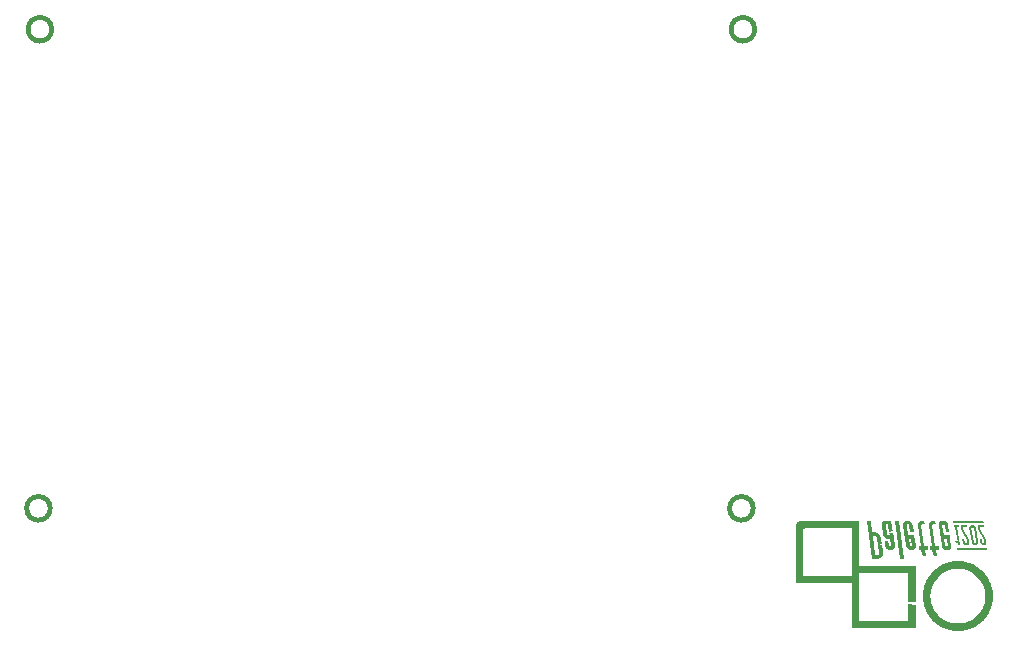
<source format=gbo>
G04 #@! TF.GenerationSoftware,KiCad,Pcbnew,(5.1.4-0-10_14)*
G04 #@! TF.CreationDate,2019-11-24T20:31:42+09:00*
G04 #@! TF.ProjectId,palette1202-OB-back,70616c65-7474-4653-9132-30322d4f422d,rev?*
G04 #@! TF.SameCoordinates,Original*
G04 #@! TF.FileFunction,Legend,Bot*
G04 #@! TF.FilePolarity,Positive*
%FSLAX46Y46*%
G04 Gerber Fmt 4.6, Leading zero omitted, Abs format (unit mm)*
G04 Created by KiCad (PCBNEW (5.1.4-0-10_14)) date 2019-11-24 20:31:42*
%MOMM*%
%LPD*%
G04 APERTURE LIST*
%ADD10C,0.100000*%
%ADD11C,0.400000*%
G04 APERTURE END LIST*
D10*
G36*
X183902375Y-119189167D02*
G01*
X183899337Y-119069587D01*
X183890324Y-118951549D01*
X183875483Y-118835202D01*
X183854961Y-118720694D01*
X183828907Y-118608173D01*
X183797468Y-118497785D01*
X183760792Y-118389679D01*
X183719027Y-118284003D01*
X183672320Y-118180904D01*
X183620819Y-118080530D01*
X183564672Y-117983029D01*
X183504027Y-117888549D01*
X183439031Y-117797237D01*
X183369833Y-117709241D01*
X183296580Y-117624710D01*
X183219419Y-117543790D01*
X183138499Y-117466629D01*
X183053968Y-117393376D01*
X182965972Y-117324177D01*
X182874660Y-117259182D01*
X182780180Y-117198537D01*
X182682679Y-117142390D01*
X182582305Y-117090889D01*
X182479206Y-117044182D01*
X182373530Y-117002417D01*
X182265424Y-116965740D01*
X182155036Y-116934301D01*
X182042515Y-116908247D01*
X181928006Y-116887726D01*
X181811660Y-116872884D01*
X181693622Y-116863871D01*
X181574042Y-116860834D01*
X181454461Y-116863871D01*
X181336423Y-116872884D01*
X181220077Y-116887726D01*
X181105568Y-116908247D01*
X180993047Y-116934301D01*
X180882659Y-116965740D01*
X180774553Y-117002417D01*
X180668877Y-117044182D01*
X180565778Y-117090889D01*
X180465404Y-117142390D01*
X180367903Y-117198537D01*
X180273423Y-117259182D01*
X180182111Y-117324177D01*
X180094115Y-117393376D01*
X180009584Y-117466629D01*
X179928664Y-117543790D01*
X179851503Y-117624710D01*
X179778250Y-117709241D01*
X179709052Y-117797237D01*
X179644056Y-117888549D01*
X179583411Y-117983029D01*
X179527264Y-118080530D01*
X179475763Y-118180904D01*
X179429056Y-118284003D01*
X179387291Y-118389679D01*
X179350615Y-118497785D01*
X179319176Y-118608173D01*
X179293122Y-118720694D01*
X179272600Y-118835202D01*
X179257759Y-118951549D01*
X179248746Y-119069587D01*
X179245709Y-119189167D01*
X179248746Y-119308747D01*
X179257759Y-119426785D01*
X179272600Y-119543131D01*
X179293122Y-119657640D01*
X179319176Y-119770161D01*
X179350615Y-119880549D01*
X179387291Y-119988655D01*
X179429057Y-120094331D01*
X179475764Y-120197430D01*
X179527265Y-120297804D01*
X179583411Y-120395305D01*
X179644056Y-120489785D01*
X179709052Y-120581097D01*
X179778250Y-120669092D01*
X179851504Y-120753624D01*
X179928664Y-120834544D01*
X180009584Y-120911705D01*
X180094116Y-120984958D01*
X180182112Y-121054157D01*
X180273424Y-121119152D01*
X180367904Y-121179797D01*
X180465405Y-121235944D01*
X180565779Y-121287445D01*
X180668877Y-121334152D01*
X180774554Y-121375917D01*
X180882660Y-121412594D01*
X180993047Y-121444033D01*
X181105569Y-121470087D01*
X181220077Y-121490608D01*
X181336424Y-121505450D01*
X181454461Y-121514463D01*
X181574042Y-121517500D01*
X181574042Y-122152500D01*
X181421679Y-122148647D01*
X181271302Y-122137213D01*
X181123097Y-122118383D01*
X180977251Y-122092343D01*
X180833952Y-122059278D01*
X180693386Y-122019374D01*
X180555741Y-121972816D01*
X180421202Y-121919790D01*
X180289959Y-121860482D01*
X180162196Y-121795076D01*
X180038102Y-121723759D01*
X179917864Y-121646717D01*
X179801667Y-121564133D01*
X179689701Y-121476195D01*
X179582150Y-121383088D01*
X179479203Y-121284997D01*
X179381047Y-121182108D01*
X179287867Y-121074606D01*
X179199852Y-120962677D01*
X179117189Y-120846507D01*
X179040064Y-120726281D01*
X178968665Y-120602184D01*
X178903178Y-120474403D01*
X178843790Y-120343122D01*
X178790689Y-120208527D01*
X178744061Y-120070805D01*
X178704093Y-119930139D01*
X178670974Y-119786717D01*
X178644888Y-119640723D01*
X178626024Y-119492343D01*
X178614569Y-119341762D01*
X178610709Y-119189167D01*
X178614561Y-119036804D01*
X178625995Y-118886427D01*
X178644825Y-118738222D01*
X178670865Y-118592376D01*
X178703930Y-118449077D01*
X178743834Y-118308511D01*
X178790392Y-118170866D01*
X178843418Y-118036328D01*
X178902726Y-117905084D01*
X178968132Y-117777322D01*
X179039448Y-117653228D01*
X179116491Y-117532989D01*
X179199075Y-117416793D01*
X179287013Y-117304826D01*
X179380120Y-117197276D01*
X179478211Y-117094328D01*
X179581100Y-116996172D01*
X179688602Y-116902993D01*
X179800530Y-116814978D01*
X179916701Y-116732314D01*
X180036927Y-116655189D01*
X180161024Y-116583790D01*
X180288805Y-116518303D01*
X180420086Y-116458915D01*
X180554681Y-116405814D01*
X180692403Y-116359186D01*
X180833069Y-116319219D01*
X180976491Y-116286099D01*
X181122485Y-116260013D01*
X181270866Y-116241149D01*
X181421446Y-116229694D01*
X181574042Y-116225834D01*
X181726404Y-116229686D01*
X181876781Y-116241120D01*
X182024986Y-116259950D01*
X182170832Y-116285990D01*
X182314131Y-116319055D01*
X182454697Y-116358959D01*
X182592342Y-116405517D01*
X182726880Y-116458543D01*
X182858124Y-116517852D01*
X182985887Y-116583257D01*
X183109981Y-116654574D01*
X183230219Y-116731617D01*
X183346415Y-116814200D01*
X183458382Y-116902138D01*
X183565933Y-116995245D01*
X183668880Y-117093336D01*
X183767036Y-117196226D01*
X183860216Y-117303727D01*
X183948230Y-117415656D01*
X184030894Y-117531826D01*
X184108019Y-117652053D01*
X184179418Y-117776149D01*
X184244906Y-117903931D01*
X184304293Y-118035212D01*
X184357395Y-118169806D01*
X184404022Y-118307529D01*
X184443990Y-118448194D01*
X184477110Y-118591617D01*
X184503195Y-118737611D01*
X184522059Y-118885991D01*
X184533515Y-119036572D01*
X184537375Y-119189167D01*
X183902375Y-119189167D01*
X183902375Y-119189167D01*
G37*
G36*
X179176917Y-114995521D02*
G01*
X179216605Y-115291854D01*
X179399167Y-115291854D01*
X179587021Y-115791916D01*
X179769583Y-115791916D01*
X179695501Y-115291854D01*
X179991834Y-115291854D01*
X179952147Y-114995521D01*
X179655813Y-114995521D01*
X179420334Y-113288959D01*
X179417513Y-113269735D01*
X179415999Y-113251751D01*
X179415732Y-113243225D01*
X179415794Y-113235008D01*
X179416184Y-113227102D01*
X179416903Y-113219505D01*
X179417952Y-113212219D01*
X179419330Y-113205242D01*
X179421039Y-113198576D01*
X179423079Y-113192220D01*
X179425450Y-113186174D01*
X179428153Y-113180438D01*
X179431188Y-113175012D01*
X179434556Y-113169896D01*
X179438257Y-113165090D01*
X179442293Y-113160594D01*
X179446662Y-113156409D01*
X179451366Y-113152533D01*
X179456406Y-113148967D01*
X179461781Y-113145712D01*
X179467493Y-113142766D01*
X179473541Y-113140131D01*
X179479926Y-113137805D01*
X179486649Y-113135790D01*
X179493710Y-113134085D01*
X179501110Y-113132689D01*
X179508849Y-113131604D01*
X179516928Y-113130829D01*
X179525346Y-113130364D01*
X179534106Y-113130209D01*
X179692855Y-113130209D01*
X179653167Y-112833876D01*
X179494417Y-112833876D01*
X179469054Y-112834340D01*
X179444555Y-112835731D01*
X179420916Y-112838044D01*
X179398134Y-112841276D01*
X179376204Y-112845422D01*
X179355123Y-112850479D01*
X179334887Y-112856443D01*
X179315492Y-112863311D01*
X179296935Y-112871077D01*
X179279210Y-112879739D01*
X179262315Y-112889292D01*
X179246246Y-112899732D01*
X179230998Y-112911056D01*
X179216568Y-112923260D01*
X179202952Y-112936340D01*
X179190146Y-112950292D01*
X179178271Y-112965112D01*
X179167450Y-112980796D01*
X179157683Y-112997341D01*
X179148970Y-113014743D01*
X179141312Y-113032997D01*
X179134708Y-113052100D01*
X179129158Y-113072047D01*
X179124662Y-113092836D01*
X179121220Y-113114462D01*
X179118832Y-113136921D01*
X179117499Y-113160210D01*
X179117220Y-113184324D01*
X179117995Y-113209260D01*
X179119824Y-113235013D01*
X179122708Y-113261581D01*
X179126645Y-113288959D01*
X179364771Y-114995521D01*
X179176917Y-114995521D01*
X179176917Y-114995521D01*
G37*
G36*
X178242938Y-114995521D02*
G01*
X178282626Y-115291854D01*
X178465188Y-115291854D01*
X178653042Y-115791916D01*
X178835605Y-115791916D01*
X178761522Y-115291854D01*
X179057855Y-115291854D01*
X179018167Y-114995521D01*
X178721834Y-114995521D01*
X178486356Y-113288959D01*
X178483535Y-113269735D01*
X178482020Y-113251751D01*
X178481754Y-113243225D01*
X178481815Y-113235008D01*
X178482205Y-113227102D01*
X178482924Y-113219505D01*
X178483973Y-113212219D01*
X178485351Y-113205242D01*
X178487060Y-113198576D01*
X178489100Y-113192220D01*
X178491471Y-113186174D01*
X178494174Y-113180438D01*
X178497209Y-113175012D01*
X178500577Y-113169896D01*
X178504278Y-113165090D01*
X178508314Y-113160594D01*
X178512683Y-113156409D01*
X178517387Y-113152533D01*
X178522427Y-113148967D01*
X178527802Y-113145712D01*
X178533514Y-113142766D01*
X178539562Y-113140131D01*
X178545947Y-113137805D01*
X178552670Y-113135790D01*
X178559731Y-113134085D01*
X178567131Y-113132689D01*
X178574870Y-113131604D01*
X178582949Y-113130829D01*
X178591367Y-113130364D01*
X178600127Y-113130209D01*
X178758876Y-113130209D01*
X178719188Y-112833876D01*
X178560438Y-112833876D01*
X178535075Y-112834340D01*
X178510576Y-112835731D01*
X178486937Y-112838044D01*
X178464155Y-112841276D01*
X178442226Y-112845422D01*
X178421145Y-112850479D01*
X178400909Y-112856443D01*
X178381514Y-112863311D01*
X178362957Y-112871077D01*
X178345232Y-112879739D01*
X178328337Y-112889292D01*
X178312268Y-112899732D01*
X178297020Y-112911056D01*
X178282590Y-112923260D01*
X178268974Y-112936340D01*
X178256168Y-112950292D01*
X178244292Y-112965112D01*
X178233471Y-112980796D01*
X178223704Y-112997341D01*
X178214992Y-113014743D01*
X178207333Y-113032997D01*
X178200729Y-113052100D01*
X178195179Y-113072047D01*
X178190683Y-113092836D01*
X178187241Y-113114462D01*
X178184854Y-113136921D01*
X178183520Y-113160210D01*
X178183241Y-113184324D01*
X178184016Y-113209260D01*
X178185846Y-113235013D01*
X178188729Y-113261581D01*
X178192667Y-113288959D01*
X178430792Y-114995521D01*
X178242938Y-114995521D01*
X178242938Y-114995521D01*
G37*
G36*
X180936396Y-114413437D02*
G01*
X181007834Y-114884396D01*
X181011802Y-114909323D01*
X181014774Y-114933503D01*
X181016746Y-114956931D01*
X181017715Y-114979604D01*
X181017675Y-115001516D01*
X181016625Y-115022666D01*
X181014558Y-115043047D01*
X181011472Y-115062658D01*
X181007364Y-115081493D01*
X181002228Y-115099550D01*
X180996061Y-115116823D01*
X180988859Y-115133310D01*
X180980618Y-115149006D01*
X180971335Y-115163908D01*
X180961005Y-115178011D01*
X180949625Y-115191312D01*
X180937376Y-115204273D01*
X180924433Y-115216370D01*
X180910785Y-115227606D01*
X180896420Y-115237986D01*
X180881326Y-115247513D01*
X180865491Y-115256192D01*
X180848905Y-115264025D01*
X180831556Y-115271018D01*
X180813431Y-115277173D01*
X180794519Y-115282495D01*
X180774809Y-115286988D01*
X180754289Y-115290655D01*
X180732947Y-115293501D01*
X180710772Y-115295528D01*
X180687752Y-115296742D01*
X180663876Y-115297146D01*
X180640311Y-115296712D01*
X180617243Y-115295409D01*
X180594670Y-115293239D01*
X180572594Y-115290200D01*
X180551014Y-115286294D01*
X180529930Y-115281519D01*
X180509342Y-115275876D01*
X180489250Y-115269365D01*
X180469654Y-115261985D01*
X180450555Y-115253738D01*
X180431951Y-115244622D01*
X180413844Y-115234638D01*
X180396232Y-115223786D01*
X180379117Y-115212066D01*
X180362498Y-115199477D01*
X180346375Y-115186021D01*
X180330871Y-115171757D01*
X180316108Y-115156741D01*
X180302081Y-115140966D01*
X180288787Y-115124423D01*
X180276221Y-115107105D01*
X180264380Y-115089004D01*
X180253260Y-115070112D01*
X180242857Y-115050422D01*
X180233167Y-115029926D01*
X180224186Y-115008616D01*
X180215911Y-114986484D01*
X180208337Y-114963523D01*
X180201461Y-114939724D01*
X180195278Y-114915081D01*
X180189785Y-114889585D01*
X180184979Y-114863229D01*
X179949500Y-113259853D01*
X179946027Y-113233933D01*
X179943542Y-113208761D01*
X179942041Y-113184341D01*
X179941521Y-113160676D01*
X179941978Y-113137772D01*
X179943407Y-113115630D01*
X179945806Y-113094256D01*
X179949169Y-113073653D01*
X179953494Y-113053826D01*
X179958776Y-113034777D01*
X179965011Y-113016512D01*
X179972196Y-112999033D01*
X179980327Y-112982344D01*
X179989400Y-112966451D01*
X179999410Y-112951355D01*
X180010354Y-112937062D01*
X180022604Y-112923606D01*
X180035547Y-112911017D01*
X180049195Y-112899297D01*
X180063561Y-112888445D01*
X180078655Y-112878461D01*
X180094489Y-112869345D01*
X180111075Y-112861098D01*
X180128425Y-112853718D01*
X180146550Y-112847207D01*
X180165461Y-112841564D01*
X180185171Y-112836789D01*
X180205691Y-112832883D01*
X180227033Y-112829844D01*
X180249208Y-112827674D01*
X180272228Y-112826371D01*
X180296105Y-112825937D01*
X180319669Y-112826402D01*
X180342737Y-112827792D01*
X180365309Y-112830106D01*
X180387386Y-112833337D01*
X180408966Y-112837484D01*
X180430050Y-112842541D01*
X180450638Y-112848505D01*
X180470729Y-112855372D01*
X180490325Y-112863139D01*
X180509425Y-112871800D01*
X180528028Y-112881353D01*
X180546136Y-112891794D01*
X180563747Y-112903118D01*
X180580862Y-112915322D01*
X180597481Y-112928401D01*
X180613604Y-112942353D01*
X180629077Y-112957173D01*
X180643752Y-112972858D01*
X180657636Y-112989403D01*
X180670738Y-113006804D01*
X180683064Y-113025058D01*
X180694622Y-113044161D01*
X180705421Y-113064109D01*
X180715469Y-113084898D01*
X180724772Y-113106524D01*
X180733338Y-113128983D01*
X180741176Y-113152272D01*
X180748294Y-113176386D01*
X180754698Y-113201322D01*
X180760396Y-113227075D01*
X180765398Y-113253643D01*
X180769709Y-113281020D01*
X180846438Y-113804894D01*
X180550104Y-113804894D01*
X180473376Y-113281020D01*
X180470553Y-113261796D01*
X180467040Y-113243813D01*
X180462830Y-113227070D01*
X180457914Y-113211567D01*
X180452285Y-113197304D01*
X180445936Y-113184282D01*
X180438857Y-113172500D01*
X180435043Y-113167074D01*
X180431043Y-113161958D01*
X180426857Y-113157152D01*
X180422484Y-113152656D01*
X180417923Y-113148470D01*
X180413173Y-113144594D01*
X180408233Y-113141029D01*
X180403103Y-113137773D01*
X180397780Y-113134828D01*
X180392265Y-113132192D01*
X180386556Y-113129867D01*
X180380652Y-113127851D01*
X180374552Y-113126146D01*
X180368256Y-113124751D01*
X180361762Y-113123666D01*
X180355069Y-113122891D01*
X180348177Y-113122426D01*
X180341084Y-113122271D01*
X180334022Y-113122426D01*
X180327224Y-113122891D01*
X180320690Y-113123666D01*
X180314419Y-113124751D01*
X180308412Y-113126146D01*
X180302668Y-113127852D01*
X180297187Y-113129867D01*
X180291971Y-113132192D01*
X180287018Y-113134828D01*
X180282328Y-113137773D01*
X180277902Y-113141029D01*
X180273739Y-113144595D01*
X180269840Y-113148470D01*
X180266205Y-113152656D01*
X180262833Y-113157152D01*
X180259725Y-113161958D01*
X180256880Y-113167074D01*
X180254299Y-113172500D01*
X180251981Y-113178236D01*
X180249927Y-113184282D01*
X180248136Y-113190638D01*
X180246609Y-113197305D01*
X180245346Y-113204281D01*
X180244346Y-113211567D01*
X180243609Y-113219164D01*
X180243136Y-113227070D01*
X180242927Y-113235287D01*
X180242981Y-113243813D01*
X180243299Y-113252650D01*
X180243880Y-113261797D01*
X180244725Y-113271253D01*
X180245834Y-113281020D01*
X180354313Y-114032436D01*
X180878187Y-114032436D01*
X180936396Y-114424020D01*
X180640065Y-114434604D01*
X180624188Y-114331416D01*
X180396647Y-114331416D01*
X180483959Y-114865874D01*
X180487743Y-114882214D01*
X180492150Y-114897500D01*
X180497185Y-114911732D01*
X180502852Y-114924909D01*
X180509155Y-114937033D01*
X180512546Y-114942699D01*
X180516097Y-114948102D01*
X180519809Y-114953241D01*
X180523683Y-114958117D01*
X180527718Y-114962729D01*
X180531915Y-114967077D01*
X180536276Y-114971162D01*
X180540799Y-114974984D01*
X180545487Y-114978542D01*
X180550338Y-114981836D01*
X180555354Y-114984867D01*
X180560536Y-114987634D01*
X180565883Y-114990138D01*
X180571396Y-114992378D01*
X180577076Y-114994355D01*
X180582923Y-114996068D01*
X180588938Y-114997517D01*
X180595121Y-114998703D01*
X180601472Y-114999626D01*
X180607992Y-115000284D01*
X180614682Y-115000680D01*
X180621542Y-115000812D01*
X180627869Y-115000688D01*
X180633955Y-115000315D01*
X180639809Y-114999695D01*
X180645438Y-114998827D01*
X180650850Y-114997711D01*
X180656052Y-114996347D01*
X180661053Y-114994734D01*
X180665861Y-114992874D01*
X180670482Y-114990765D01*
X180674925Y-114988409D01*
X180679197Y-114985805D01*
X180683307Y-114982952D01*
X180687261Y-114979852D01*
X180691069Y-114976503D01*
X180694737Y-114972906D01*
X180698273Y-114969062D01*
X180701590Y-114964938D01*
X180704593Y-114960504D01*
X180707278Y-114955760D01*
X180709641Y-114950706D01*
X180711679Y-114945342D01*
X180713388Y-114939668D01*
X180714763Y-114933684D01*
X180715801Y-114927390D01*
X180716498Y-114920786D01*
X180716850Y-114913872D01*
X180716853Y-114906647D01*
X180716503Y-114899113D01*
X180715797Y-114891268D01*
X180714730Y-114883114D01*
X180713300Y-114874649D01*
X180711500Y-114865874D01*
X180640065Y-114416082D01*
X180936396Y-114413437D01*
X180936396Y-114413437D01*
G37*
G36*
X177930730Y-114413437D02*
G01*
X178002168Y-114884396D01*
X178006136Y-114909323D01*
X178009108Y-114933503D01*
X178011080Y-114956931D01*
X178012048Y-114979604D01*
X178012009Y-115001516D01*
X178010958Y-115022666D01*
X178008892Y-115043047D01*
X178005806Y-115062658D01*
X178001697Y-115081493D01*
X177996561Y-115099550D01*
X177990394Y-115116823D01*
X177983192Y-115133310D01*
X177974951Y-115149006D01*
X177965668Y-115163908D01*
X177955339Y-115178011D01*
X177943959Y-115191312D01*
X177931709Y-115204273D01*
X177918766Y-115216370D01*
X177905118Y-115227606D01*
X177890752Y-115237986D01*
X177875658Y-115247513D01*
X177859824Y-115256192D01*
X177843238Y-115264025D01*
X177825888Y-115271018D01*
X177807763Y-115277173D01*
X177788852Y-115282495D01*
X177769142Y-115286988D01*
X177748621Y-115290655D01*
X177727280Y-115293501D01*
X177705105Y-115295528D01*
X177682085Y-115296742D01*
X177658208Y-115297146D01*
X177634644Y-115296712D01*
X177611575Y-115295409D01*
X177589003Y-115293239D01*
X177566927Y-115290200D01*
X177545347Y-115286294D01*
X177524263Y-115281519D01*
X177503675Y-115275876D01*
X177483583Y-115269365D01*
X177463988Y-115261985D01*
X177444888Y-115253738D01*
X177426285Y-115244622D01*
X177408177Y-115234638D01*
X177390566Y-115223786D01*
X177373450Y-115212066D01*
X177356831Y-115199477D01*
X177340708Y-115186021D01*
X177325205Y-115171757D01*
X177310441Y-115156741D01*
X177296414Y-115140966D01*
X177283120Y-115124423D01*
X177270554Y-115107105D01*
X177258713Y-115089004D01*
X177247593Y-115070112D01*
X177237190Y-115050422D01*
X177227500Y-115029926D01*
X177218519Y-115008616D01*
X177210244Y-114986484D01*
X177202670Y-114963523D01*
X177195794Y-114939724D01*
X177189611Y-114915081D01*
X177184119Y-114889585D01*
X177179312Y-114863229D01*
X176943834Y-113259853D01*
X176940360Y-113233933D01*
X176937875Y-113208761D01*
X176936374Y-113184341D01*
X176935854Y-113160676D01*
X176936311Y-113137772D01*
X176937740Y-113115630D01*
X176940139Y-113094256D01*
X176943502Y-113073653D01*
X176947827Y-113053826D01*
X176953109Y-113034777D01*
X176959345Y-113016512D01*
X176966530Y-112999033D01*
X176974660Y-112982344D01*
X176983733Y-112966451D01*
X176993743Y-112951355D01*
X177004688Y-112937062D01*
X177016937Y-112923606D01*
X177029880Y-112911017D01*
X177043528Y-112899297D01*
X177057894Y-112888445D01*
X177072988Y-112878461D01*
X177088822Y-112869345D01*
X177105408Y-112861098D01*
X177122758Y-112853718D01*
X177140883Y-112847207D01*
X177159795Y-112841564D01*
X177179505Y-112836789D01*
X177200025Y-112832883D01*
X177221366Y-112829844D01*
X177243541Y-112827674D01*
X177266561Y-112826371D01*
X177290438Y-112825937D01*
X177314002Y-112826402D01*
X177337071Y-112827792D01*
X177359643Y-112830106D01*
X177381719Y-112833337D01*
X177403299Y-112837484D01*
X177424383Y-112842541D01*
X177444971Y-112848505D01*
X177465063Y-112855372D01*
X177484659Y-112863139D01*
X177503759Y-112871800D01*
X177522362Y-112881353D01*
X177540469Y-112891794D01*
X177558081Y-112903118D01*
X177575196Y-112915322D01*
X177591815Y-112928401D01*
X177607938Y-112942353D01*
X177623411Y-112957173D01*
X177638086Y-112972858D01*
X177651970Y-112989403D01*
X177665071Y-113006804D01*
X177677397Y-113025058D01*
X177688956Y-113044161D01*
X177699755Y-113064109D01*
X177709802Y-113084898D01*
X177719105Y-113106524D01*
X177727672Y-113128983D01*
X177735510Y-113152272D01*
X177742627Y-113176386D01*
X177749031Y-113201322D01*
X177754730Y-113227075D01*
X177759731Y-113253643D01*
X177764042Y-113281020D01*
X177840772Y-113804894D01*
X177544439Y-113804894D01*
X177467709Y-113281020D01*
X177464886Y-113261796D01*
X177461374Y-113243813D01*
X177457163Y-113227070D01*
X177452248Y-113211567D01*
X177446619Y-113197304D01*
X177440269Y-113184282D01*
X177433191Y-113172500D01*
X177429376Y-113167074D01*
X177425376Y-113161958D01*
X177421190Y-113157152D01*
X177416817Y-113152656D01*
X177412256Y-113148470D01*
X177407506Y-113144594D01*
X177402567Y-113141029D01*
X177397436Y-113137773D01*
X177392114Y-113134828D01*
X177386598Y-113132192D01*
X177380889Y-113129867D01*
X177374985Y-113127851D01*
X177368886Y-113126146D01*
X177362589Y-113124751D01*
X177356095Y-113123666D01*
X177349403Y-113122891D01*
X177342511Y-113122426D01*
X177335418Y-113122271D01*
X177328356Y-113122426D01*
X177321558Y-113122891D01*
X177315024Y-113123666D01*
X177308753Y-113124751D01*
X177302745Y-113126146D01*
X177297002Y-113127852D01*
X177291521Y-113129867D01*
X177286304Y-113132192D01*
X177281351Y-113134828D01*
X177276662Y-113137773D01*
X177272235Y-113141029D01*
X177268073Y-113144595D01*
X177264174Y-113148470D01*
X177260538Y-113152656D01*
X177257167Y-113157152D01*
X177254058Y-113161958D01*
X177251213Y-113167074D01*
X177248632Y-113172500D01*
X177246315Y-113178236D01*
X177244260Y-113184282D01*
X177242470Y-113190638D01*
X177240943Y-113197305D01*
X177239679Y-113204281D01*
X177238679Y-113211567D01*
X177237943Y-113219164D01*
X177237470Y-113227070D01*
X177237261Y-113235287D01*
X177237315Y-113243813D01*
X177237633Y-113252650D01*
X177238214Y-113261797D01*
X177239059Y-113271253D01*
X177240168Y-113281020D01*
X177348646Y-114032436D01*
X177875168Y-114032436D01*
X177933377Y-114424020D01*
X177637043Y-114434604D01*
X177621168Y-114331416D01*
X177393626Y-114331416D01*
X177480939Y-114865874D01*
X177484722Y-114882214D01*
X177489130Y-114897500D01*
X177494165Y-114911732D01*
X177499832Y-114924909D01*
X177506135Y-114937033D01*
X177509525Y-114942699D01*
X177513077Y-114948102D01*
X177516789Y-114953241D01*
X177520662Y-114958117D01*
X177524697Y-114962729D01*
X177528895Y-114967077D01*
X177533255Y-114971162D01*
X177537779Y-114974984D01*
X177542466Y-114978542D01*
X177547318Y-114981836D01*
X177552334Y-114984867D01*
X177557515Y-114987634D01*
X177562863Y-114990138D01*
X177568376Y-114992378D01*
X177574056Y-114994355D01*
X177579903Y-114996068D01*
X177585918Y-114997517D01*
X177592101Y-114998703D01*
X177598452Y-114999626D01*
X177604973Y-115000284D01*
X177611663Y-115000680D01*
X177618523Y-115000812D01*
X177624849Y-115000688D01*
X177630936Y-115000315D01*
X177636789Y-114999695D01*
X177642418Y-114998827D01*
X177647830Y-114997711D01*
X177653033Y-114996347D01*
X177658034Y-114994734D01*
X177662841Y-114992874D01*
X177667462Y-114990765D01*
X177671905Y-114988409D01*
X177676177Y-114985805D01*
X177680287Y-114982952D01*
X177684241Y-114979852D01*
X177688048Y-114976503D01*
X177691716Y-114972906D01*
X177695252Y-114969062D01*
X177698569Y-114964938D01*
X177701572Y-114960504D01*
X177704257Y-114955760D01*
X177706621Y-114950706D01*
X177708659Y-114945342D01*
X177710368Y-114939668D01*
X177711743Y-114933684D01*
X177712781Y-114927390D01*
X177713478Y-114920786D01*
X177713830Y-114913872D01*
X177713833Y-114906647D01*
X177713484Y-114899113D01*
X177712778Y-114891268D01*
X177711711Y-114883114D01*
X177710280Y-114874649D01*
X177708481Y-114865874D01*
X177637043Y-114416082D01*
X177930730Y-114413437D01*
X177930730Y-114413437D01*
G37*
G36*
X176708355Y-116067083D02*
G01*
X177004689Y-116067083D01*
X176554897Y-112833875D01*
X176258563Y-112833875D01*
X176708355Y-116067083D01*
X176708355Y-116067083D01*
G37*
G36*
X183987042Y-114609229D02*
G01*
X183980835Y-114573019D01*
X183974102Y-114537833D01*
X183966811Y-114503701D01*
X183958930Y-114470654D01*
X183950430Y-114438723D01*
X183941278Y-114407939D01*
X183931444Y-114378334D01*
X183920897Y-114349937D01*
X183909853Y-114321536D01*
X183898531Y-114293879D01*
X183886898Y-114266966D01*
X183874925Y-114240797D01*
X183862579Y-114215373D01*
X183849830Y-114190692D01*
X183836648Y-114166756D01*
X183823000Y-114143563D01*
X183809104Y-114119994D01*
X183795177Y-114096889D01*
X183781188Y-114074219D01*
X183767107Y-114051951D01*
X183752901Y-114030056D01*
X183738540Y-114008502D01*
X183723993Y-113987258D01*
X183709229Y-113966292D01*
X183694465Y-113945333D01*
X183679918Y-113924125D01*
X183665557Y-113902669D01*
X183651351Y-113880965D01*
X183623280Y-113836812D01*
X183595457Y-113791668D01*
X183569785Y-113745449D01*
X183557181Y-113721812D01*
X183544856Y-113697741D01*
X183532903Y-113673174D01*
X183521416Y-113648048D01*
X183510486Y-113622303D01*
X183500208Y-113595876D01*
X183489666Y-113568709D01*
X183479868Y-113540768D01*
X183470814Y-113512020D01*
X183462505Y-113482436D01*
X183454939Y-113451983D01*
X183448118Y-113420631D01*
X183442041Y-113388349D01*
X183436709Y-113355105D01*
X183799189Y-113355105D01*
X183778021Y-113185772D01*
X183246208Y-113188417D01*
X183267374Y-113355105D01*
X183273581Y-113392188D01*
X183280314Y-113428031D01*
X183287606Y-113462633D01*
X183295487Y-113495996D01*
X183303988Y-113528118D01*
X183313140Y-113559000D01*
X183322974Y-113588641D01*
X183333521Y-113617042D01*
X183344564Y-113644576D01*
X183355887Y-113671613D01*
X183367519Y-113698154D01*
X183379493Y-113724199D01*
X183391838Y-113749748D01*
X183404587Y-113774801D01*
X183417770Y-113799357D01*
X183431418Y-113823418D01*
X183445313Y-113846987D01*
X183459240Y-113870092D01*
X183473229Y-113892762D01*
X183487311Y-113915029D01*
X183501517Y-113936925D01*
X183515878Y-113958479D01*
X183530425Y-113979723D01*
X183545189Y-114000688D01*
X183559953Y-114021648D01*
X183574499Y-114042856D01*
X183588860Y-114064312D01*
X183603066Y-114086016D01*
X183631137Y-114130169D01*
X183658959Y-114175313D01*
X183684631Y-114221491D01*
X183697235Y-114245030D01*
X183709560Y-114268909D01*
X183721513Y-114293161D01*
X183733001Y-114317816D01*
X183743931Y-114342905D01*
X183754210Y-114368459D01*
X183764752Y-114394865D01*
X183774550Y-114422450D01*
X183783604Y-114451151D01*
X183791913Y-114480906D01*
X183799479Y-114511654D01*
X183806300Y-114543331D01*
X183812377Y-114575877D01*
X183817709Y-114609229D01*
X183819230Y-114622190D01*
X183819644Y-114628346D01*
X183819828Y-114634287D01*
X183819784Y-114640013D01*
X183819512Y-114645524D01*
X183819013Y-114650820D01*
X183818288Y-114655903D01*
X183817339Y-114660773D01*
X183816166Y-114665431D01*
X183814770Y-114669876D01*
X183813152Y-114674109D01*
X183811313Y-114678131D01*
X183809254Y-114681943D01*
X183806976Y-114685544D01*
X183804481Y-114688935D01*
X183801768Y-114692117D01*
X183798839Y-114695091D01*
X183795695Y-114697856D01*
X183792337Y-114700413D01*
X183788765Y-114702762D01*
X183784982Y-114704905D01*
X183780987Y-114706842D01*
X183776782Y-114708572D01*
X183772368Y-114710098D01*
X183767745Y-114711418D01*
X183762915Y-114712534D01*
X183757879Y-114713446D01*
X183752637Y-114714154D01*
X183747191Y-114714659D01*
X183735689Y-114715063D01*
X183729814Y-114714962D01*
X183724093Y-114714659D01*
X183718528Y-114714154D01*
X183713117Y-114713446D01*
X183707862Y-114712534D01*
X183702761Y-114711418D01*
X183697816Y-114710098D01*
X183693026Y-114708572D01*
X183688390Y-114706842D01*
X183683910Y-114704905D01*
X183679584Y-114702762D01*
X183675414Y-114700413D01*
X183671399Y-114697856D01*
X183667539Y-114695091D01*
X183663833Y-114692117D01*
X183660283Y-114688935D01*
X183656888Y-114685544D01*
X183653648Y-114681943D01*
X183650563Y-114678131D01*
X183647633Y-114674109D01*
X183644857Y-114669876D01*
X183642237Y-114665431D01*
X183639772Y-114660773D01*
X183637462Y-114655903D01*
X183635307Y-114650820D01*
X183633307Y-114645524D01*
X183631463Y-114640013D01*
X183629773Y-114634287D01*
X183628238Y-114628346D01*
X183626858Y-114622190D01*
X183624563Y-114609229D01*
X183582230Y-114326125D01*
X183412897Y-114326125D01*
X183455231Y-114611875D01*
X183457960Y-114627534D01*
X183461184Y-114642758D01*
X183464905Y-114657547D01*
X183469122Y-114671903D01*
X183473835Y-114685825D01*
X183479043Y-114699312D01*
X183484749Y-114712366D01*
X183490950Y-114724985D01*
X183497647Y-114737171D01*
X183504840Y-114748922D01*
X183512530Y-114760239D01*
X183520715Y-114771122D01*
X183529397Y-114781571D01*
X183538575Y-114791586D01*
X183548249Y-114801167D01*
X183558419Y-114810313D01*
X183568991Y-114819429D01*
X183579870Y-114827929D01*
X183591050Y-114835817D01*
X183602530Y-114843096D01*
X183614303Y-114849771D01*
X183626368Y-114855845D01*
X183638719Y-114861322D01*
X183651353Y-114866206D01*
X183664266Y-114870501D01*
X183677455Y-114874211D01*
X183690914Y-114877339D01*
X183704641Y-114879890D01*
X183718632Y-114881868D01*
X183732882Y-114883275D01*
X183747388Y-114884117D01*
X183762146Y-114884397D01*
X183776812Y-114884117D01*
X183791044Y-114883275D01*
X183804842Y-114881868D01*
X183818205Y-114879890D01*
X183831135Y-114877339D01*
X183843630Y-114874211D01*
X183855691Y-114870501D01*
X183867318Y-114866206D01*
X183878512Y-114861322D01*
X183889271Y-114855845D01*
X183899596Y-114849771D01*
X183909486Y-114843096D01*
X183918943Y-114835817D01*
X183927966Y-114827929D01*
X183936555Y-114819429D01*
X183944710Y-114810313D01*
X183952307Y-114800701D01*
X183959225Y-114790712D01*
X183965470Y-114780344D01*
X183971043Y-114769592D01*
X183975951Y-114758452D01*
X183980195Y-114746921D01*
X183983781Y-114734995D01*
X183986711Y-114722670D01*
X183988991Y-114709941D01*
X183990623Y-114696806D01*
X183991612Y-114683259D01*
X183991961Y-114669298D01*
X183991675Y-114654918D01*
X183990757Y-114640116D01*
X183989212Y-114624888D01*
X183987042Y-114609229D01*
X183987042Y-114609229D01*
G37*
G36*
X183156250Y-113908083D02*
G01*
X183262085Y-114617166D01*
X183264225Y-114632359D01*
X183265687Y-114647175D01*
X183266474Y-114661611D01*
X183266591Y-114675664D01*
X183266041Y-114689329D01*
X183264829Y-114702603D01*
X183262958Y-114715482D01*
X183260431Y-114727961D01*
X183257254Y-114740037D01*
X183253429Y-114751706D01*
X183248961Y-114762965D01*
X183243853Y-114773808D01*
X183238110Y-114784233D01*
X183231735Y-114794236D01*
X183224733Y-114803812D01*
X183217106Y-114812959D01*
X183208951Y-114821610D01*
X183200362Y-114829707D01*
X183191339Y-114837254D01*
X183181883Y-114844254D01*
X183171992Y-114850711D01*
X183161667Y-114856630D01*
X183150908Y-114862014D01*
X183139715Y-114866867D01*
X183128087Y-114871193D01*
X183116026Y-114874996D01*
X183103531Y-114878280D01*
X183090601Y-114881048D01*
X183077238Y-114883304D01*
X183063440Y-114885053D01*
X183049208Y-114886297D01*
X183034542Y-114887042D01*
X183019813Y-114886763D01*
X183005386Y-114885926D01*
X182991254Y-114884530D01*
X182977408Y-114882577D01*
X182963842Y-114880066D01*
X182950547Y-114876996D01*
X182937515Y-114873368D01*
X182924740Y-114869182D01*
X182912212Y-114864438D01*
X182899925Y-114859136D01*
X182887871Y-114853276D01*
X182876041Y-114846858D01*
X182864428Y-114839882D01*
X182853025Y-114832347D01*
X182841823Y-114824255D01*
X182830815Y-114815604D01*
X182820645Y-114806458D01*
X182810971Y-114796882D01*
X182801793Y-114786879D01*
X182793111Y-114776454D01*
X182784926Y-114765610D01*
X182777236Y-114754352D01*
X182770043Y-114742682D01*
X182763346Y-114730606D01*
X182757145Y-114718127D01*
X182751440Y-114705249D01*
X182746231Y-114691975D01*
X182741518Y-114678310D01*
X182737301Y-114664257D01*
X182733580Y-114649820D01*
X182730356Y-114635004D01*
X182727627Y-114619812D01*
X182553002Y-113455645D01*
X182550832Y-113440452D01*
X182549286Y-113425636D01*
X182548367Y-113411200D01*
X182548081Y-113397147D01*
X182548431Y-113383482D01*
X182549420Y-113370208D01*
X182551052Y-113357329D01*
X182553332Y-113344850D01*
X182556262Y-113332774D01*
X182559848Y-113321105D01*
X182564093Y-113309846D01*
X182569001Y-113299003D01*
X182574575Y-113288578D01*
X182580819Y-113278575D01*
X182587738Y-113268999D01*
X182595335Y-113259852D01*
X182603490Y-113251201D01*
X182612079Y-113243104D01*
X182621101Y-113235558D01*
X182630558Y-113228557D01*
X182640449Y-113222100D01*
X182650774Y-113216181D01*
X182661533Y-113210797D01*
X182672726Y-113205944D01*
X182684353Y-113201618D01*
X182696415Y-113197815D01*
X182708910Y-113194532D01*
X182721840Y-113191764D01*
X182735203Y-113189508D01*
X182749001Y-113187759D01*
X182763233Y-113186515D01*
X182777899Y-113185770D01*
X182792657Y-113186049D01*
X182807163Y-113186886D01*
X182821413Y-113188281D01*
X182835404Y-113190235D01*
X182849131Y-113192746D01*
X182862591Y-113195816D01*
X182875779Y-113199444D01*
X182888692Y-113203629D01*
X182901326Y-113208373D01*
X182913678Y-113213675D01*
X182925742Y-113219535D01*
X182937516Y-113225954D01*
X182948995Y-113232930D01*
X182960176Y-113240464D01*
X182971054Y-113248557D01*
X182981627Y-113257208D01*
X182991826Y-113266354D01*
X183001584Y-113275930D01*
X183010893Y-113285933D01*
X183019743Y-113296358D01*
X183028129Y-113307201D01*
X183036042Y-113318460D01*
X183043474Y-113330129D01*
X183050418Y-113342205D01*
X183056866Y-113354684D01*
X183062810Y-113367562D01*
X183068243Y-113380836D01*
X183073156Y-113394501D01*
X183077542Y-113408554D01*
X183081393Y-113422991D01*
X183084702Y-113437807D01*
X183087460Y-113452999D01*
X183158898Y-113939833D01*
X182989563Y-113942478D01*
X182915480Y-113458290D01*
X182913156Y-113445795D01*
X182911741Y-113439849D01*
X182910158Y-113434106D01*
X182908408Y-113428563D01*
X182906493Y-113423223D01*
X182904413Y-113418083D01*
X182902169Y-113413146D01*
X182899762Y-113408409D01*
X182897194Y-113403875D01*
X182894464Y-113399542D01*
X182891575Y-113395410D01*
X182888527Y-113391480D01*
X182885321Y-113387752D01*
X182881958Y-113384225D01*
X182878439Y-113380900D01*
X182874765Y-113377776D01*
X182870937Y-113374853D01*
X182866956Y-113372133D01*
X182862823Y-113369613D01*
X182858538Y-113367296D01*
X182854104Y-113365179D01*
X182849520Y-113363265D01*
X182844788Y-113361552D01*
X182839908Y-113360040D01*
X182834883Y-113358730D01*
X182829712Y-113357622D01*
X182824396Y-113356715D01*
X182818937Y-113356009D01*
X182813336Y-113355506D01*
X182801710Y-113355102D01*
X182795880Y-113355196D01*
X182790289Y-113355480D01*
X182784932Y-113355957D01*
X182779799Y-113356632D01*
X182774883Y-113357509D01*
X182770177Y-113358591D01*
X182765672Y-113359882D01*
X182761361Y-113361386D01*
X182757236Y-113363108D01*
X182753289Y-113365050D01*
X182749513Y-113367217D01*
X182745900Y-113369613D01*
X182742441Y-113372242D01*
X182739130Y-113375107D01*
X182735958Y-113378212D01*
X182732918Y-113381561D01*
X182730532Y-113384662D01*
X182728339Y-113388010D01*
X182726348Y-113391607D01*
X182724566Y-113395452D01*
X182723002Y-113399544D01*
X182721662Y-113403885D01*
X182720555Y-113408474D01*
X182719688Y-113413311D01*
X182719069Y-113418396D01*
X182718707Y-113423729D01*
X182718607Y-113429310D01*
X182718779Y-113435139D01*
X182719230Y-113441216D01*
X182719968Y-113447541D01*
X182721000Y-113454114D01*
X182722334Y-113460936D01*
X182896960Y-114614519D01*
X182899254Y-114627014D01*
X182902169Y-114638704D01*
X182903859Y-114644246D01*
X182905704Y-114649587D01*
X182907704Y-114654726D01*
X182909858Y-114659663D01*
X182912168Y-114664400D01*
X182914633Y-114668934D01*
X182917254Y-114673267D01*
X182920029Y-114677399D01*
X182922959Y-114681329D01*
X182926044Y-114685057D01*
X182929284Y-114688584D01*
X182932679Y-114691910D01*
X182936229Y-114695033D01*
X182939935Y-114697956D01*
X182943795Y-114700677D01*
X182947810Y-114703196D01*
X182951981Y-114705513D01*
X182956306Y-114707630D01*
X182960786Y-114709544D01*
X182965422Y-114711257D01*
X182970212Y-114712769D01*
X182975157Y-114714079D01*
X182980258Y-114715187D01*
X182985513Y-114716094D01*
X182990924Y-114716800D01*
X182996489Y-114717304D01*
X183002210Y-114717606D01*
X183008086Y-114717707D01*
X183013938Y-114717606D01*
X183019587Y-114717304D01*
X183025033Y-114716800D01*
X183030275Y-114716094D01*
X183035312Y-114715187D01*
X183040141Y-114714079D01*
X183044764Y-114712769D01*
X183049178Y-114711257D01*
X183053383Y-114709544D01*
X183057378Y-114707630D01*
X183061162Y-114705513D01*
X183064733Y-114703196D01*
X183068091Y-114700677D01*
X183071235Y-114697956D01*
X183074164Y-114695033D01*
X183076877Y-114691910D01*
X183079372Y-114688584D01*
X183081650Y-114685057D01*
X183083709Y-114681329D01*
X183085548Y-114677399D01*
X183087166Y-114673267D01*
X183088562Y-114668934D01*
X183089735Y-114664400D01*
X183090684Y-114659663D01*
X183091409Y-114654726D01*
X183091908Y-114649587D01*
X183092180Y-114644246D01*
X183092224Y-114638704D01*
X183092040Y-114632960D01*
X183091626Y-114627014D01*
X183090981Y-114620867D01*
X183090105Y-114614519D01*
X182986918Y-113921311D01*
X183156250Y-113908083D01*
X183156250Y-113908083D01*
G37*
G36*
X175758501Y-113897501D02*
G01*
X175671189Y-113217522D01*
X175666228Y-113207724D01*
X175661267Y-113198174D01*
X175656306Y-113188872D01*
X175651345Y-113179819D01*
X175646384Y-113171013D01*
X175641423Y-113162455D01*
X175636462Y-113154145D01*
X175631501Y-113146084D01*
X175619553Y-113132276D01*
X175613501Y-113125527D01*
X175607357Y-113118964D01*
X175601089Y-113112649D01*
X175597898Y-113109604D01*
X175594665Y-113106645D01*
X175591386Y-113103778D01*
X175588056Y-113101012D01*
X175584672Y-113098355D01*
X175581229Y-113095814D01*
X175577726Y-113093396D01*
X175574160Y-113091106D01*
X175570533Y-113088948D01*
X175566843Y-113086925D01*
X175563091Y-113085042D01*
X175559278Y-113083302D01*
X175555402Y-113081710D01*
X175551464Y-113080269D01*
X175547464Y-113078983D01*
X175543403Y-113077855D01*
X175539279Y-113076891D01*
X175535093Y-113076093D01*
X175530845Y-113075466D01*
X175526535Y-113075013D01*
X175522163Y-113074738D01*
X175517729Y-113074646D01*
X175513297Y-113074801D01*
X175508934Y-113075266D01*
X175504649Y-113076041D01*
X175500449Y-113077126D01*
X175496342Y-113078522D01*
X175492336Y-113080227D01*
X175488438Y-113082243D01*
X175484657Y-113084568D01*
X175480999Y-113087204D01*
X175477474Y-113090149D01*
X175474087Y-113093405D01*
X175470849Y-113096971D01*
X175467765Y-113100846D01*
X175464844Y-113105032D01*
X175462093Y-113109528D01*
X175459521Y-113114334D01*
X175456698Y-113119482D01*
X175454177Y-113125005D01*
X175451951Y-113130908D01*
X175450012Y-113137195D01*
X175448352Y-113143870D01*
X175446963Y-113150936D01*
X175445838Y-113158398D01*
X175444969Y-113166258D01*
X175444347Y-113174522D01*
X175443966Y-113183193D01*
X175443818Y-113192274D01*
X175443894Y-113201771D01*
X175444188Y-113211685D01*
X175444690Y-113222023D01*
X175445394Y-113232786D01*
X175446292Y-113243980D01*
X175533605Y-113892210D01*
X175537388Y-113912424D01*
X175541795Y-113931391D01*
X175546831Y-113949101D01*
X175552498Y-113965549D01*
X175558800Y-113980725D01*
X175565742Y-113994622D01*
X175573328Y-114007232D01*
X175581561Y-114018548D01*
X175585921Y-114023718D01*
X175590445Y-114028561D01*
X175595132Y-114033077D01*
X175599983Y-114037265D01*
X175605000Y-114041123D01*
X175610181Y-114044651D01*
X175615528Y-114047847D01*
X175621042Y-114050711D01*
X175626722Y-114053242D01*
X175632569Y-114055438D01*
X175638584Y-114057299D01*
X175644766Y-114058824D01*
X175651118Y-114060012D01*
X175657638Y-114060862D01*
X175664328Y-114061372D01*
X175671189Y-114061542D01*
X175784959Y-114061542D01*
X175742626Y-113733459D01*
X176046897Y-113712292D01*
X176208293Y-114855292D01*
X176212261Y-114882145D01*
X176215233Y-114908136D01*
X176217205Y-114933276D01*
X176218174Y-114957570D01*
X176218134Y-114981027D01*
X176217083Y-115003655D01*
X176215017Y-115025461D01*
X176211931Y-115046453D01*
X176207822Y-115066639D01*
X176202686Y-115086027D01*
X176196519Y-115104624D01*
X176189318Y-115122438D01*
X176181077Y-115139477D01*
X176171794Y-115155749D01*
X176161465Y-115171261D01*
X176150085Y-115186021D01*
X176137835Y-115199943D01*
X176124892Y-115212939D01*
X176111244Y-115225013D01*
X176096879Y-115236168D01*
X176081784Y-115246408D01*
X176065950Y-115255738D01*
X176049364Y-115264161D01*
X176032014Y-115271680D01*
X176013889Y-115278301D01*
X175994978Y-115284026D01*
X175975268Y-115288859D01*
X175954748Y-115292806D01*
X175933406Y-115295868D01*
X175911231Y-115298051D01*
X175888211Y-115299358D01*
X175864334Y-115299792D01*
X175842723Y-115299389D01*
X175821541Y-115298180D01*
X175800786Y-115296165D01*
X175780453Y-115293343D01*
X175760539Y-115289715D01*
X175741039Y-115285281D01*
X175721951Y-115280041D01*
X175703269Y-115273995D01*
X175684990Y-115267143D01*
X175667111Y-115259484D01*
X175649627Y-115251020D01*
X175632534Y-115241749D01*
X175615829Y-115231672D01*
X175599508Y-115220789D01*
X175583566Y-115209100D01*
X175568001Y-115196605D01*
X175552963Y-115183334D01*
X175538607Y-115169314D01*
X175524934Y-115154543D01*
X175511942Y-115139017D01*
X175499633Y-115122730D01*
X175488006Y-115105680D01*
X175477061Y-115087863D01*
X175466798Y-115069274D01*
X175457217Y-115049910D01*
X175448318Y-115029767D01*
X175440102Y-115008841D01*
X175432568Y-114987129D01*
X175425715Y-114964625D01*
X175419545Y-114941328D01*
X175414057Y-114917231D01*
X175409251Y-114892333D01*
X175358980Y-114566896D01*
X175655314Y-114566896D01*
X175705585Y-114871167D01*
X175707165Y-114879942D01*
X175708928Y-114888407D01*
X175710869Y-114896561D01*
X175712984Y-114904406D01*
X175715270Y-114911940D01*
X175717723Y-114919165D01*
X175720338Y-114926079D01*
X175723113Y-114932683D01*
X175726042Y-114938978D01*
X175729123Y-114944962D01*
X175732351Y-114950636D01*
X175735722Y-114956000D01*
X175739233Y-114961054D01*
X175742879Y-114965797D01*
X175746657Y-114970231D01*
X175750563Y-114974355D01*
X175754562Y-114978199D01*
X175758619Y-114981796D01*
X175762731Y-114985145D01*
X175766893Y-114988245D01*
X175771101Y-114991098D01*
X175775352Y-114993702D01*
X175779642Y-114996059D01*
X175783967Y-114998167D01*
X175788322Y-115000027D01*
X175792705Y-115001640D01*
X175797111Y-115003004D01*
X175801536Y-115004120D01*
X175805977Y-115004988D01*
X175810430Y-115005608D01*
X175814890Y-115005980D01*
X175819354Y-115006104D01*
X175825681Y-115005980D01*
X175831767Y-115005608D01*
X175837621Y-115004988D01*
X175843250Y-115004120D01*
X175848662Y-115003004D01*
X175853864Y-115001639D01*
X175858865Y-115000027D01*
X175863672Y-114998167D01*
X175868293Y-114996058D01*
X175872736Y-114993702D01*
X175877009Y-114991097D01*
X175881118Y-114988245D01*
X175885073Y-114985144D01*
X175888880Y-114981796D01*
X175892548Y-114978199D01*
X175896084Y-114974355D01*
X175899401Y-114970231D01*
X175902404Y-114965797D01*
X175905089Y-114961053D01*
X175907453Y-114955999D01*
X175909491Y-114950635D01*
X175911199Y-114944961D01*
X175912574Y-114938977D01*
X175913612Y-114932683D01*
X175914309Y-114926079D01*
X175914661Y-114919164D01*
X175914665Y-114911940D01*
X175914315Y-114904406D01*
X175913609Y-114896561D01*
X175912542Y-114888407D01*
X175911112Y-114879942D01*
X175909313Y-114871167D01*
X175822000Y-114357876D01*
X175705585Y-114357876D01*
X175682021Y-114357411D01*
X175658957Y-114356021D01*
X175636397Y-114353707D01*
X175614345Y-114350476D01*
X175592804Y-114346329D01*
X175571779Y-114341272D01*
X175551273Y-114335308D01*
X175531290Y-114328441D01*
X175511835Y-114320674D01*
X175492910Y-114312013D01*
X175474520Y-114302460D01*
X175456669Y-114292019D01*
X175439361Y-114280695D01*
X175422599Y-114268491D01*
X175406387Y-114255412D01*
X175390730Y-114241460D01*
X175375692Y-114226640D01*
X175361337Y-114210955D01*
X175347663Y-114194410D01*
X175334672Y-114177009D01*
X175322363Y-114158755D01*
X175310735Y-114139652D01*
X175299790Y-114119704D01*
X175289528Y-114098915D01*
X175279947Y-114077289D01*
X175271048Y-114054830D01*
X175262832Y-114031541D01*
X175255297Y-114007427D01*
X175248445Y-113982491D01*
X175242275Y-113956738D01*
X175236787Y-113930170D01*
X175231981Y-113902793D01*
X175144668Y-113288960D01*
X175141164Y-113261583D01*
X175138586Y-113235015D01*
X175136930Y-113209261D01*
X175136193Y-113184325D01*
X175136371Y-113160211D01*
X175137459Y-113136923D01*
X175139454Y-113114463D01*
X175142353Y-113092837D01*
X175146150Y-113072049D01*
X175150843Y-113052101D01*
X175156428Y-113032998D01*
X175162899Y-113014744D01*
X175170255Y-112997343D01*
X175178490Y-112980798D01*
X175187601Y-112965114D01*
X175197584Y-112950293D01*
X175208157Y-112936342D01*
X175219035Y-112923262D01*
X175230216Y-112911058D01*
X175241696Y-112899734D01*
X175253470Y-112889293D01*
X175265534Y-112879740D01*
X175277886Y-112871078D01*
X175290520Y-112863312D01*
X175303433Y-112856445D01*
X175316622Y-112850481D01*
X175330082Y-112845424D01*
X175343809Y-112841278D01*
X175357800Y-112838046D01*
X175372050Y-112835733D01*
X175386556Y-112834342D01*
X175401314Y-112833878D01*
X175413970Y-112834120D01*
X175426160Y-112834828D01*
X175437917Y-112835970D01*
X175449270Y-112837516D01*
X175460251Y-112839433D01*
X175470891Y-112841691D01*
X175481221Y-112844260D01*
X175491272Y-112847107D01*
X175501075Y-112851086D01*
X175510661Y-112855127D01*
X175520061Y-112859292D01*
X175529306Y-112863643D01*
X175538427Y-112868242D01*
X175547455Y-112873151D01*
X175556421Y-112878433D01*
X175565356Y-112884148D01*
X175574161Y-112889233D01*
X175582719Y-112894566D01*
X175591028Y-112900147D01*
X175599090Y-112905976D01*
X175606903Y-112912053D01*
X175614469Y-112918378D01*
X175621786Y-112924952D01*
X175628856Y-112931773D01*
X175652668Y-112931773D01*
X175644732Y-112836523D01*
X175917252Y-112836523D01*
X176068064Y-113897502D01*
X175758501Y-113897501D01*
X175758501Y-113897501D01*
G37*
G36*
X175134084Y-114807667D02*
G01*
X175231980Y-115498229D01*
X175235854Y-115528088D01*
X175238543Y-115557145D01*
X175240038Y-115585404D01*
X175240331Y-115612868D01*
X175239415Y-115639542D01*
X175237282Y-115665428D01*
X175233924Y-115690532D01*
X175229334Y-115714857D01*
X175223504Y-115738406D01*
X175216425Y-115761185D01*
X175208091Y-115783196D01*
X175198494Y-115804443D01*
X175187625Y-115824931D01*
X175175477Y-115844663D01*
X175162042Y-115863643D01*
X175147313Y-115881875D01*
X175131998Y-115899147D01*
X175115822Y-115915248D01*
X175098793Y-115930186D01*
X175080920Y-115943969D01*
X175062209Y-115956606D01*
X175042669Y-115968102D01*
X175022307Y-115978467D01*
X175001131Y-115987708D01*
X174979149Y-115995833D01*
X174956369Y-116002850D01*
X174932798Y-116008765D01*
X174908444Y-116013588D01*
X174883315Y-116017325D01*
X174857419Y-116019985D01*
X174830763Y-116021576D01*
X174803355Y-116022104D01*
X174303293Y-116022104D01*
X173856147Y-112833876D01*
X174173648Y-112833876D01*
X174305939Y-113789021D01*
X174488502Y-113789021D01*
X174516035Y-113789579D01*
X174543072Y-113791249D01*
X174569613Y-113794027D01*
X174595658Y-113797910D01*
X174621207Y-113802893D01*
X174646260Y-113808974D01*
X174670816Y-113816147D01*
X174694877Y-113824409D01*
X174718441Y-113833757D01*
X174741509Y-113844186D01*
X174764082Y-113855692D01*
X174786158Y-113868272D01*
X174807738Y-113881922D01*
X174828822Y-113896638D01*
X174849410Y-113912415D01*
X174869501Y-113929251D01*
X174888850Y-113947483D01*
X174907210Y-113966463D01*
X174924585Y-113986195D01*
X174940980Y-114006683D01*
X174956398Y-114027930D01*
X174970844Y-114049941D01*
X174984320Y-114072719D01*
X174996832Y-114096269D01*
X175008382Y-114120594D01*
X175018975Y-114145697D01*
X175028615Y-114171584D01*
X175037305Y-114198258D01*
X175045049Y-114225722D01*
X175051852Y-114253980D01*
X175057716Y-114283037D01*
X175062647Y-114312897D01*
X175136730Y-114836771D01*
X174827168Y-114902917D01*
X174742502Y-114310250D01*
X174738439Y-114285289D01*
X174733194Y-114261995D01*
X174726764Y-114240359D01*
X174723103Y-114230161D01*
X174719143Y-114220374D01*
X174714886Y-114210999D01*
X174710329Y-114202033D01*
X174705473Y-114193476D01*
X174700318Y-114185327D01*
X174694861Y-114177585D01*
X174689104Y-114170249D01*
X174683046Y-114163318D01*
X174676686Y-114156792D01*
X174670023Y-114150668D01*
X174663058Y-114144946D01*
X174655789Y-114139625D01*
X174648217Y-114134705D01*
X174640341Y-114130184D01*
X174632159Y-114126061D01*
X174623673Y-114122335D01*
X174614881Y-114119006D01*
X174605782Y-114116072D01*
X174596377Y-114113532D01*
X174586665Y-114111385D01*
X174576645Y-114109632D01*
X174566317Y-114108269D01*
X174555681Y-114107297D01*
X174533480Y-114106521D01*
X174350918Y-114106521D01*
X174573168Y-115699312D01*
X174755730Y-115699312D01*
X174766931Y-115699111D01*
X174777714Y-115698507D01*
X174788081Y-115697501D01*
X174798032Y-115696093D01*
X174807569Y-115694284D01*
X174816691Y-115692074D01*
X174825401Y-115689465D01*
X174833699Y-115686455D01*
X174841587Y-115683046D01*
X174849064Y-115679239D01*
X174856133Y-115675034D01*
X174862793Y-115670430D01*
X174869047Y-115665430D01*
X174874895Y-115660032D01*
X174880337Y-115654239D01*
X174885376Y-115648049D01*
X174890011Y-115641465D01*
X174894245Y-115634485D01*
X174898077Y-115627111D01*
X174901509Y-115619343D01*
X174904542Y-115611182D01*
X174907177Y-115602628D01*
X174909414Y-115593681D01*
X174911256Y-115584343D01*
X174912701Y-115574613D01*
X174913753Y-115564492D01*
X174914411Y-115553981D01*
X174914676Y-115543079D01*
X174914551Y-115531788D01*
X174914034Y-115520108D01*
X174913128Y-115508040D01*
X174911834Y-115495583D01*
X174821876Y-114863229D01*
X175134084Y-114807667D01*
X175134084Y-114807667D01*
G37*
G36*
X181574044Y-116225834D02*
G01*
X181726406Y-116229686D01*
X181876783Y-116241120D01*
X182024988Y-116259950D01*
X182170834Y-116285990D01*
X182314133Y-116319055D01*
X182454699Y-116358959D01*
X182592344Y-116405517D01*
X182726882Y-116458543D01*
X182858126Y-116517852D01*
X182985888Y-116583257D01*
X183109982Y-116654574D01*
X183230221Y-116731617D01*
X183346417Y-116814200D01*
X183458384Y-116902138D01*
X183565935Y-116995245D01*
X183668882Y-117093336D01*
X183767038Y-117196226D01*
X183860218Y-117303727D01*
X183948232Y-117415656D01*
X184030896Y-117531826D01*
X184108021Y-117652053D01*
X184179420Y-117776149D01*
X184244908Y-117903931D01*
X184304295Y-118035212D01*
X184357396Y-118169806D01*
X184404024Y-118307529D01*
X184443992Y-118448194D01*
X184477112Y-118591617D01*
X184503197Y-118737611D01*
X184522061Y-118885991D01*
X184533517Y-119036572D01*
X184537377Y-119189167D01*
X184533524Y-119341530D01*
X184522090Y-119491907D01*
X184503260Y-119640112D01*
X184477220Y-119785957D01*
X184444155Y-119929257D01*
X184404251Y-120069823D01*
X184357693Y-120207468D01*
X184304667Y-120342006D01*
X184245359Y-120473250D01*
X184179953Y-120601012D01*
X184108636Y-120725106D01*
X184031593Y-120845345D01*
X183949010Y-120961541D01*
X183861072Y-121073508D01*
X183767965Y-121181058D01*
X183669874Y-121284005D01*
X183566985Y-121382162D01*
X183459483Y-121475341D01*
X183347554Y-121563356D01*
X183231384Y-121646020D01*
X183111157Y-121723144D01*
X182987061Y-121794544D01*
X182859279Y-121860031D01*
X182727998Y-121919419D01*
X182593404Y-121972520D01*
X182455681Y-122019148D01*
X182315016Y-122059115D01*
X182171593Y-122092235D01*
X182025599Y-122118321D01*
X181877219Y-122137185D01*
X181726639Y-122148640D01*
X181574044Y-122152500D01*
X181421681Y-122148648D01*
X181271304Y-122137214D01*
X181123099Y-122118384D01*
X180977253Y-122092344D01*
X180833954Y-122059279D01*
X180693388Y-122019375D01*
X180555742Y-121972817D01*
X180421204Y-121919791D01*
X180289961Y-121860482D01*
X180162198Y-121795077D01*
X180038104Y-121723760D01*
X179917866Y-121646717D01*
X179801669Y-121564134D01*
X179689703Y-121476196D01*
X179582152Y-121383089D01*
X179479205Y-121284998D01*
X179381048Y-121182108D01*
X179287869Y-121074607D01*
X179199854Y-120962678D01*
X179117191Y-120846508D01*
X179040066Y-120726281D01*
X178968667Y-120602185D01*
X178903179Y-120474403D01*
X178843792Y-120343122D01*
X178790691Y-120208528D01*
X178744063Y-120070805D01*
X178704095Y-119930140D01*
X178670975Y-119786717D01*
X178644890Y-119640723D01*
X178626026Y-119492343D01*
X178614570Y-119341762D01*
X178610710Y-119189167D01*
X179245711Y-119189167D01*
X179248748Y-119308747D01*
X179257761Y-119426785D01*
X179272602Y-119543132D01*
X179293124Y-119657640D01*
X179319178Y-119770162D01*
X179350617Y-119880549D01*
X179387293Y-119988655D01*
X179429059Y-120094331D01*
X179475766Y-120197430D01*
X179527266Y-120297804D01*
X179583413Y-120395305D01*
X179644058Y-120489785D01*
X179709054Y-120581097D01*
X179778252Y-120669093D01*
X179851506Y-120753624D01*
X179928666Y-120834544D01*
X180009586Y-120911705D01*
X180094118Y-120984958D01*
X180182114Y-121054157D01*
X180273426Y-121119152D01*
X180367906Y-121179797D01*
X180465407Y-121235944D01*
X180565780Y-121287445D01*
X180668879Y-121334152D01*
X180774556Y-121375917D01*
X180882661Y-121412594D01*
X180993049Y-121444033D01*
X181105571Y-121470087D01*
X181220079Y-121490608D01*
X181336426Y-121505450D01*
X181454463Y-121514463D01*
X181574044Y-121517500D01*
X181693624Y-121514463D01*
X181811661Y-121505450D01*
X181928008Y-121490608D01*
X182042516Y-121470087D01*
X182155038Y-121444033D01*
X182265425Y-121412594D01*
X182373531Y-121375917D01*
X182479208Y-121334152D01*
X182582307Y-121287445D01*
X182682680Y-121235944D01*
X182780181Y-121179797D01*
X182874662Y-121119152D01*
X182965974Y-121054157D01*
X183053969Y-120984958D01*
X183138501Y-120911705D01*
X183219421Y-120834544D01*
X183296582Y-120753624D01*
X183369836Y-120669092D01*
X183439034Y-120581097D01*
X183504030Y-120489785D01*
X183564675Y-120395305D01*
X183620822Y-120297804D01*
X183672323Y-120197430D01*
X183719030Y-120094331D01*
X183760796Y-119988655D01*
X183797472Y-119880549D01*
X183828911Y-119770161D01*
X183854965Y-119657640D01*
X183875487Y-119543131D01*
X183890328Y-119426785D01*
X183899341Y-119308747D01*
X183902378Y-119189167D01*
X183899341Y-119069587D01*
X183890328Y-118951549D01*
X183875487Y-118835202D01*
X183854965Y-118720694D01*
X183828911Y-118608173D01*
X183797472Y-118497785D01*
X183760796Y-118389679D01*
X183719030Y-118284003D01*
X183672323Y-118180904D01*
X183620822Y-118080530D01*
X183564675Y-117983029D01*
X183504030Y-117888549D01*
X183439035Y-117797237D01*
X183369836Y-117709241D01*
X183296583Y-117624710D01*
X183219422Y-117543790D01*
X183138502Y-117466629D01*
X183053970Y-117393376D01*
X182965975Y-117324177D01*
X182874663Y-117259182D01*
X182780182Y-117198537D01*
X182682681Y-117142390D01*
X182582307Y-117090889D01*
X182479208Y-117044182D01*
X182373532Y-117002417D01*
X182265426Y-116965740D01*
X182155038Y-116934301D01*
X182042516Y-116908247D01*
X181928008Y-116887726D01*
X181811662Y-116872884D01*
X181693624Y-116863871D01*
X181574044Y-116860834D01*
X181574044Y-116225834D01*
X181574044Y-116225834D01*
G37*
G36*
X177364522Y-119906187D02*
G01*
X177364522Y-117270938D01*
X173226439Y-117270938D01*
X173226439Y-121268792D01*
X177364522Y-121268792D01*
X177364522Y-119713042D01*
X177999522Y-119720979D01*
X177999522Y-121901145D01*
X172594085Y-121901145D01*
X172594085Y-118125542D01*
X167823648Y-118125542D01*
X167823648Y-115265396D01*
X168458648Y-115612000D01*
X168458648Y-117490541D01*
X172596731Y-117490541D01*
X172596731Y-113455646D01*
X168686189Y-113455646D01*
X168674363Y-113455945D01*
X168662705Y-113456835D01*
X168651229Y-113458299D01*
X168639949Y-113460322D01*
X168628879Y-113462890D01*
X168618031Y-113465988D01*
X168607419Y-113469600D01*
X168597058Y-113473712D01*
X168586960Y-113478308D01*
X168577139Y-113483373D01*
X168567609Y-113488893D01*
X168558383Y-113494852D01*
X168549475Y-113501236D01*
X168540899Y-113508029D01*
X168532667Y-113515217D01*
X168524794Y-113522784D01*
X168517292Y-113530715D01*
X168510177Y-113538995D01*
X168503460Y-113547610D01*
X168497157Y-113556544D01*
X168491280Y-113565782D01*
X168485842Y-113575310D01*
X168480858Y-113585111D01*
X168476342Y-113595172D01*
X168472305Y-113605477D01*
X168468763Y-113616011D01*
X168465729Y-113626760D01*
X168463216Y-113637707D01*
X168461237Y-113648838D01*
X168459808Y-113660139D01*
X168458940Y-113671594D01*
X168458648Y-113683187D01*
X168458648Y-115649042D01*
X167823648Y-115289208D01*
X167823648Y-113328646D01*
X167824309Y-113302513D01*
X167826271Y-113276722D01*
X167829503Y-113251306D01*
X167833972Y-113226295D01*
X167839647Y-113201723D01*
X167846495Y-113177620D01*
X167854484Y-113154019D01*
X167863583Y-113130952D01*
X167873759Y-113108451D01*
X167884981Y-113086548D01*
X167897216Y-113065275D01*
X167910433Y-113044663D01*
X167924599Y-113024745D01*
X167939683Y-113005553D01*
X167955653Y-112987119D01*
X167972476Y-112969474D01*
X167990120Y-112952651D01*
X168008555Y-112936682D01*
X168027747Y-112921598D01*
X168047665Y-112907431D01*
X168068276Y-112894215D01*
X168089550Y-112881980D01*
X168111453Y-112870758D01*
X168133954Y-112860582D01*
X168157021Y-112851483D01*
X168180622Y-112843494D01*
X168204725Y-112836646D01*
X168229297Y-112830971D01*
X168254308Y-112826502D01*
X168279724Y-112823270D01*
X168305515Y-112821308D01*
X168331647Y-112820646D01*
X173229085Y-112820646D01*
X173229085Y-116630646D01*
X177999522Y-116630646D01*
X177999522Y-119916771D01*
X177364522Y-119906187D01*
X177364522Y-119906187D01*
G37*
G36*
X182534479Y-114614521D02*
G01*
X182528274Y-114578311D01*
X182521541Y-114543125D01*
X182514249Y-114508993D01*
X182506369Y-114475946D01*
X182497868Y-114444015D01*
X182488716Y-114413231D01*
X182478882Y-114383626D01*
X182468334Y-114355229D01*
X182457291Y-114326828D01*
X182445969Y-114299171D01*
X182434336Y-114272258D01*
X182422362Y-114246089D01*
X182410017Y-114220664D01*
X182397268Y-114195984D01*
X182384085Y-114172047D01*
X182370438Y-114148855D01*
X182356542Y-114125285D01*
X182342616Y-114102181D01*
X182328627Y-114079510D01*
X182314545Y-114057243D01*
X182300339Y-114035348D01*
X182285978Y-114013794D01*
X182271431Y-113992550D01*
X182256666Y-113971584D01*
X182241902Y-113950624D01*
X182227355Y-113929417D01*
X182212995Y-113907961D01*
X182198789Y-113886257D01*
X182170719Y-113842104D01*
X182142897Y-113796960D01*
X182129254Y-113774005D01*
X182116107Y-113750740D01*
X182103457Y-113727104D01*
X182091302Y-113703033D01*
X182079644Y-113678466D01*
X182068482Y-113653340D01*
X182057816Y-113627595D01*
X182047646Y-113601168D01*
X182037104Y-113574001D01*
X182027306Y-113546060D01*
X182018252Y-113517312D01*
X182009942Y-113487727D01*
X182002377Y-113457275D01*
X181995556Y-113425922D01*
X181989479Y-113393640D01*
X181984146Y-113360396D01*
X182346627Y-113360396D01*
X182325459Y-113191064D01*
X181793646Y-113193709D01*
X181814814Y-113360396D01*
X181821020Y-113397479D01*
X181827753Y-113433322D01*
X181835044Y-113467925D01*
X181842925Y-113501287D01*
X181851425Y-113533410D01*
X181860577Y-113564291D01*
X181870412Y-113593933D01*
X181880959Y-113622334D01*
X181892002Y-113649868D01*
X181903325Y-113676905D01*
X181914957Y-113703446D01*
X181926931Y-113729491D01*
X181939277Y-113755040D01*
X181952025Y-113780093D01*
X181965208Y-113804649D01*
X181978855Y-113828710D01*
X181992751Y-113852279D01*
X182006678Y-113875384D01*
X182020667Y-113898054D01*
X182034749Y-113920321D01*
X182048955Y-113942217D01*
X182063316Y-113963771D01*
X182077863Y-113985015D01*
X182092627Y-114005979D01*
X182107391Y-114026939D01*
X182121938Y-114048147D01*
X182136299Y-114069603D01*
X182150505Y-114091308D01*
X182178575Y-114135460D01*
X182206398Y-114180605D01*
X182232071Y-114226783D01*
X182244675Y-114250322D01*
X182257000Y-114274201D01*
X182268953Y-114298453D01*
X182280440Y-114323108D01*
X182291369Y-114348197D01*
X182301647Y-114373751D01*
X182312190Y-114400157D01*
X182321987Y-114427742D01*
X182331041Y-114456443D01*
X182339351Y-114486198D01*
X182346916Y-114516945D01*
X182353738Y-114548623D01*
X182359814Y-114581169D01*
X182365147Y-114614521D01*
X182366668Y-114627482D01*
X182367082Y-114633638D01*
X182367266Y-114639579D01*
X182367221Y-114645305D01*
X182366949Y-114650815D01*
X182366451Y-114656112D01*
X182365726Y-114661195D01*
X182364777Y-114666065D01*
X182363603Y-114670723D01*
X182362207Y-114675168D01*
X182360589Y-114679401D01*
X182358751Y-114683423D01*
X182356692Y-114687235D01*
X182354414Y-114690836D01*
X182351918Y-114694227D01*
X182349205Y-114697409D01*
X182346277Y-114700383D01*
X182343133Y-114703147D01*
X182339774Y-114705705D01*
X182336203Y-114708054D01*
X182332420Y-114710197D01*
X182328425Y-114712134D01*
X182324220Y-114713864D01*
X182319806Y-114715390D01*
X182315183Y-114716710D01*
X182310353Y-114717826D01*
X182305317Y-114718738D01*
X182300075Y-114719446D01*
X182294629Y-114719951D01*
X182283127Y-114720355D01*
X182277252Y-114720254D01*
X182271531Y-114719951D01*
X182265965Y-114719446D01*
X182260555Y-114718738D01*
X182255300Y-114717826D01*
X182250199Y-114716710D01*
X182245254Y-114715390D01*
X182240463Y-114713864D01*
X182235828Y-114712134D01*
X182231348Y-114710197D01*
X182227022Y-114708054D01*
X182222852Y-114705705D01*
X182218837Y-114703147D01*
X182214976Y-114700383D01*
X182211271Y-114697409D01*
X182207721Y-114694227D01*
X182204326Y-114690836D01*
X182201086Y-114687235D01*
X182198001Y-114683423D01*
X182195071Y-114679401D01*
X182192296Y-114675168D01*
X182189676Y-114670723D01*
X182187211Y-114666065D01*
X182184901Y-114661195D01*
X182182746Y-114656112D01*
X182180746Y-114650815D01*
X182178901Y-114645305D01*
X182177212Y-114639579D01*
X182175677Y-114633638D01*
X182174297Y-114627482D01*
X182172003Y-114614521D01*
X182129668Y-114331417D01*
X181960335Y-114331417D01*
X182002669Y-114617167D01*
X182005398Y-114632825D01*
X182008622Y-114648049D01*
X182012343Y-114662839D01*
X182016560Y-114677195D01*
X182021273Y-114691116D01*
X182026482Y-114704604D01*
X182032188Y-114717657D01*
X182038389Y-114730277D01*
X182045086Y-114742462D01*
X182052279Y-114754213D01*
X182059969Y-114765530D01*
X182068154Y-114776413D01*
X182076835Y-114786862D01*
X182086013Y-114796877D01*
X182095687Y-114806458D01*
X182105856Y-114815605D01*
X182116429Y-114824721D01*
X182127307Y-114833221D01*
X182138488Y-114841109D01*
X182149968Y-114848388D01*
X182161741Y-114855063D01*
X182173806Y-114861137D01*
X182186157Y-114866614D01*
X182198792Y-114871498D01*
X182211705Y-114875793D01*
X182224893Y-114879503D01*
X182238353Y-114882631D01*
X182252080Y-114885182D01*
X182266070Y-114887159D01*
X182280320Y-114888567D01*
X182294826Y-114889409D01*
X182309584Y-114889688D01*
X182324250Y-114889409D01*
X182338482Y-114888567D01*
X182352280Y-114887159D01*
X182365643Y-114885182D01*
X182378573Y-114882631D01*
X182391068Y-114879503D01*
X182403130Y-114875793D01*
X182414757Y-114871498D01*
X182425950Y-114866614D01*
X182436709Y-114861137D01*
X182447034Y-114855063D01*
X182456925Y-114848388D01*
X182466382Y-114841109D01*
X182475404Y-114833221D01*
X182483993Y-114824721D01*
X182492148Y-114815605D01*
X182499745Y-114805992D01*
X182506663Y-114796004D01*
X182512907Y-114785635D01*
X182518481Y-114774883D01*
X182523389Y-114763744D01*
X182527633Y-114752213D01*
X182531219Y-114740286D01*
X182534150Y-114727961D01*
X182536429Y-114715232D01*
X182538062Y-114702097D01*
X182539051Y-114688550D01*
X182539400Y-114674589D01*
X182539114Y-114660210D01*
X182538196Y-114645408D01*
X182536650Y-114630180D01*
X182534479Y-114614521D01*
X182534479Y-114614521D01*
G37*
G36*
X181211563Y-113193709D02*
G01*
X181232731Y-113363042D01*
X181365023Y-113363042D01*
X181542292Y-114585417D01*
X181529063Y-114585417D01*
X181527017Y-114583463D01*
X181524856Y-114581572D01*
X181522586Y-114579743D01*
X181520216Y-114577975D01*
X181517752Y-114576270D01*
X181515203Y-114574627D01*
X181512577Y-114573045D01*
X181509881Y-114571526D01*
X181507122Y-114570069D01*
X181504310Y-114568674D01*
X181501451Y-114567341D01*
X181498553Y-114566069D01*
X181495624Y-114564860D01*
X181492672Y-114563713D01*
X181489704Y-114562628D01*
X181486729Y-114561604D01*
X181480771Y-114559511D01*
X181474781Y-114557263D01*
X181462585Y-114552674D01*
X181456316Y-114550519D01*
X181453126Y-114549518D01*
X181449893Y-114548582D01*
X181446613Y-114547723D01*
X181443283Y-114546954D01*
X181439899Y-114546285D01*
X181436457Y-114545729D01*
X181432922Y-114544767D01*
X181429264Y-114543868D01*
X181425481Y-114543031D01*
X181421574Y-114542256D01*
X181413389Y-114540892D01*
X181404707Y-114539776D01*
X181395530Y-114538908D01*
X181385856Y-114538288D01*
X181375686Y-114537916D01*
X181365021Y-114537792D01*
X181383541Y-114659500D01*
X181393898Y-114659748D01*
X181404135Y-114660492D01*
X181414255Y-114661733D01*
X181424263Y-114663469D01*
X181434162Y-114665701D01*
X181443956Y-114668430D01*
X181453650Y-114671654D01*
X181463247Y-114675375D01*
X181472751Y-114679592D01*
X181482166Y-114684305D01*
X181491495Y-114689514D01*
X181500743Y-114695219D01*
X181509914Y-114701420D01*
X181519011Y-114708118D01*
X181528038Y-114715311D01*
X181536999Y-114723000D01*
X181545711Y-114731093D01*
X181553986Y-114739495D01*
X181561818Y-114748208D01*
X181569205Y-114757231D01*
X181576142Y-114766563D01*
X181582625Y-114776206D01*
X181588651Y-114786159D01*
X181594216Y-114796422D01*
X181599316Y-114806995D01*
X181603947Y-114817878D01*
X181608105Y-114829071D01*
X181611786Y-114840575D01*
X181614987Y-114852388D01*
X181617703Y-114864511D01*
X181619931Y-114876945D01*
X181621666Y-114889688D01*
X181753958Y-114889688D01*
X181534354Y-113365688D01*
X181666645Y-113365688D01*
X181645478Y-113196356D01*
X181211563Y-113193709D01*
X181211563Y-113193709D01*
G37*
G36*
X181478792Y-115098708D02*
G01*
X181502606Y-115268042D01*
X184069063Y-115268042D01*
X184047898Y-115098708D01*
X181478792Y-115098708D01*
X181478792Y-115098708D01*
G37*
G36*
X181156000Y-112818000D02*
G01*
X181179814Y-112984688D01*
X183746271Y-112984688D01*
X183725106Y-112818000D01*
X181156000Y-112818000D01*
X181156000Y-112818000D01*
G37*
D11*
X104723400Y-111770200D02*
G75*
G03X104723400Y-111770200I-1000000J0D01*
G01*
X164242000Y-111770200D02*
G75*
G03X164242000Y-111770200I-1000000J0D01*
G01*
X164369000Y-71205600D02*
G75*
G03X164369000Y-71205600I-1000000J0D01*
G01*
X104850400Y-71205600D02*
G75*
G03X104850400Y-71205600I-1000000J0D01*
G01*
M02*

</source>
